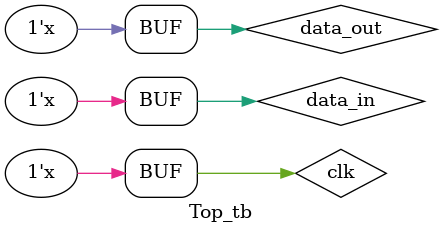
<source format=v>
`timescale 1ns / 1ns

module Top_tb();

reg clk, data_in, data_out;
reg [7:0] startmem [63:0];

reg [7:0] result [63:0];
wire [7:0] wres; //[63:0];

wire [7:0] Wadr, Radr;


always begin
#10 clk = ~clk;
#1024 data_in = ~data_in;
#1024 data_out = ~data_out;
end

initial begin

data_in = 1;
data_out = 0;

startmem[0] = 8'd0; startmem[1] = 8'd20; startmem[2] = 8'd40; startmem[3] = 8'd55; 
startmem[4] = 8'd83; startmem[5] = 8'd255; startmem[6] = 8'd186; startmem[7] = 8'd40; 

startmem[8] = 8'd0; startmem[9] = 8'd33; startmem[10] = 8'd52; startmem[11] = 8'd68; 
startmem[12] = 8'd130; startmem[13] = 8'd240; startmem[14] = 8'd190; startmem[15] = 8'd93; 

startmem[16] = 8'd20; startmem[17] = 8'd29; startmem[18] = 8'd63; startmem[19] = 8'd130; 
startmem[20] = 8'd213; startmem[21] = 8'd255; startmem[22] = 8'd170; startmem[23] = 8'd85; 

startmem[24] = 8'd40; startmem[25] = 8'd80; startmem[26] = 8'd100; startmem[27] = 8'd200; 
startmem[28] = 8'd255; startmem[29] = 8'd200; startmem[30] = 8'd150; startmem[31] = 8'd40; 

startmem[32] = 8'd43; startmem[33] = 8'd93; startmem[34] = 8'd150; startmem[35] = 8'd215; 
startmem[36] = 8'd255; startmem[37] = 8'd196; startmem[38] = 8'd120; startmem[39] = 8'd60; 

startmem[40] = 8'd55; startmem[41] = 8'd120; startmem[42] = 8'd200; startmem[43] = 8'd255; 
startmem[44] = 8'd200; startmem[45] = 8'd153; startmem[46] = 8'd92; startmem[47] = 8'd50; 

startmem[48] = 8'd80; startmem[49] = 8'd201; startmem[50] = 8'd255; startmem[51] = 8'd255; 
startmem[52] = 8'd206; startmem[53] = 8'd152; startmem[54] = 8'd73; startmem[55] = 8'd31; 

startmem[56] = 8'd90; startmem[57] = 8'd192; startmem[58] = 8'd255; startmem[59] = 8'd220; 
startmem[60] = 8'd150; startmem[61] = 8'd100; startmem[62] = 8'd62; startmem[63] = 8'd0; 
end

counter RCount(
	.clk(clk),
	.reset(!data_in),
	.counter(Radr)
);

counter WCount(
	.clk(clk),
	.reset(!data_out),
	.counter(Wadr)
);

Top tb(
	.clk(clk),
	.data_in(data_in),
	.data_out(data_out),
	.element(startmem[Raddr]),
	.outmatrix(wres[Waddr])
);

always @(posedge clk) begin
	if(data_out)
		result[Wadr] <= wres;
end

/*always @(posedge clk) begin
	result[0] = wres[0]; result[16] = wres[16]; result[32] = wres[32]; result[48] = wres[48];
	result[1] = wres[1]; result[17] = wres[17]; result[33] = wres[33]; result[49] = wres[49];
	result[2] = wres[2]; result[18] = wres[18]; result[34] = wres[34]; result[50] = wres[50];
	result[3] = wres[3]; result[19] = wres[19]; result[35] = wres[35]; result[51] = wres[51];
	result[4] = wres[4]; result[31] = wres[31]; result[36] = wres[36]; result[52] = wres[52];
	result[5] = wres[5]; result[20] = wres[20]; result[37] = wres[37]; result[53] = wres[53];
	result[6] = wres[6]; result[21] = wres[21]; result[38] = wres[38]; result[54] = wres[54];
	result[7] = wres[7]; result[22] = wres[22]; result[39] = wres[39]; result[55] = wres[55];
	result[8] = wres[8]; result[23] = wres[23]; result[40] = wres[40]; result[56] = wres[56];
	result[9] = wres[9]; result[24] = wres[24]; result[41] = wres[41]; result[57] = wres[57];
	result[10] = wres[10]; result[25] = wres[25]; result[42] = wres[42]; result[58] = wres[58];
	result[11] = wres[11]; result[26] = wres[26]; result[43] = wres[43]; result[59] = wres[59];
	result[12] = wres[12]; result[27] = wres[27]; result[44] = wres[44]; result[60] = wres[60];
	result[13] = wres[13]; result[28] = wres[28]; result[45] = wres[45]; result[61] = wres[61];
	result[14] = wres[14]; result[29] = wres[29]; result[46] = wres[46]; result[62] = wres[62];
	result[15] = wres[15]; result[30] = wres[30]; result[47] = wres[47]; result[63] = wres[63];
end*/

endmodule

</source>
